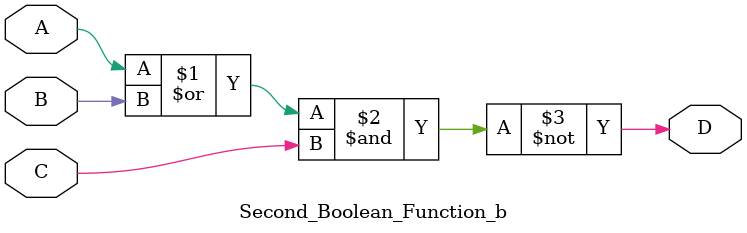
<source format=v>
`timescale 1ns / 1ps

module Second_Boolean_Function_b(
    input A,
    input B,
    input C,
    output D
    );
    
    assign D = ~((A | B) & C);
endmodule
</source>
